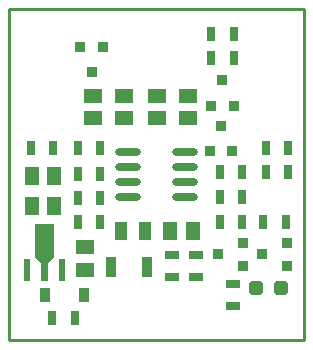
<source format=gbp>
G04*
G04 #@! TF.GenerationSoftware,Altium Limited,CircuitStudio,1.5.2 (1.5.2.30)*
G04*
G04 Layer_Color=16770453*
%FSLAX44Y44*%
%MOMM*%
G71*
G01*
G75*
%ADD10C,0.2540*%
%ADD18R,0.2500X0.2500*%
%ADD19R,0.5400X1.8900*%
%ADD20R,0.7000X1.3000*%
%ADD21R,1.6000X1.3000*%
%ADD22R,1.3000X1.6000*%
%ADD23R,0.8128X0.9144*%
%ADD24R,0.9144X0.8128*%
%ADD25R,1.3000X0.7000*%
%ADD26O,2.2000X0.6000*%
%ADD27R,0.9140X1.7020*%
G04:AMPARAMS|DCode=28|XSize=1.2mm|YSize=1.2mm|CornerRadius=0.3mm|HoleSize=0mm|Usage=FLASHONLY|Rotation=180.000|XOffset=0mm|YOffset=0mm|HoleType=Round|Shape=RoundedRectangle|*
%AMROUNDEDRECTD28*
21,1,1.2000,0.6000,0,0,180.0*
21,1,0.6000,1.2000,0,0,180.0*
1,1,0.6000,-0.3000,0.3000*
1,1,0.6000,0.3000,0.3000*
1,1,0.6000,0.3000,-0.3000*
1,1,0.6000,-0.3000,-0.3000*
%
%ADD28ROUNDEDRECTD28*%
%ADD29R,1.0000X1.5240*%
%ADD30R,0.9100X1.2200*%
G36*
X364500Y336400D02*
X359250Y331150D01*
X359250Y315900D01*
X353750D01*
X353750Y331150D01*
X348500Y336400D01*
X348500Y364400D01*
X364500D01*
X364500Y336400D01*
D02*
G37*
D10*
X326500Y265900D02*
X576500D01*
Y545900D01*
X326500D02*
X576500D01*
X326500Y265900D02*
Y545900D01*
D18*
X356500Y356400D02*
D03*
D19*
X341500Y325400D02*
D03*
X371500D02*
D03*
D20*
X563000Y408400D02*
D03*
X544000D02*
D03*
X404000Y428900D02*
D03*
X385000D02*
D03*
X563000Y428900D02*
D03*
X544000D02*
D03*
X505000Y386900D02*
D03*
X524000D02*
D03*
X345000Y428900D02*
D03*
X364000D02*
D03*
X561000Y365900D02*
D03*
X542000D02*
D03*
X505000D02*
D03*
X524000D02*
D03*
X497710Y504457D02*
D03*
X516710D02*
D03*
X385000Y406900D02*
D03*
X404000D02*
D03*
X385000Y385900D02*
D03*
X404000D02*
D03*
Y365900D02*
D03*
X385000D02*
D03*
X497710Y524707D02*
D03*
X516710D02*
D03*
X524000Y407900D02*
D03*
X505000D02*
D03*
X363000Y284400D02*
D03*
X382000D02*
D03*
D21*
X390500Y344400D02*
D03*
Y325400D02*
D03*
X451460Y472900D02*
D03*
Y453900D02*
D03*
X397840Y472900D02*
D03*
Y453900D02*
D03*
X478440Y472900D02*
D03*
Y453900D02*
D03*
X424320Y472934D02*
D03*
Y453934D02*
D03*
D22*
X345750Y404900D02*
D03*
X364750D02*
D03*
X345750Y379650D02*
D03*
X364750D02*
D03*
X482000Y357900D02*
D03*
X463000D02*
D03*
D23*
X516786Y464562D02*
D03*
X497634D02*
D03*
X507286Y485738D02*
D03*
X515576Y426312D02*
D03*
X496424D02*
D03*
X506076Y447488D02*
D03*
X386924Y513988D02*
D03*
X406076D02*
D03*
X396424Y492812D02*
D03*
D24*
X562088Y347976D02*
D03*
Y328824D02*
D03*
X540912Y338476D02*
D03*
X524588Y347976D02*
D03*
Y328824D02*
D03*
X503412Y338476D02*
D03*
D25*
X464500Y319400D02*
D03*
Y338400D02*
D03*
X484500Y319400D02*
D03*
Y338400D02*
D03*
X516500Y313400D02*
D03*
Y294400D02*
D03*
D26*
X427500Y386850D02*
D03*
Y399550D02*
D03*
Y412250D02*
D03*
Y424950D02*
D03*
X475500Y386850D02*
D03*
Y399550D02*
D03*
Y412250D02*
D03*
Y424950D02*
D03*
D27*
X413280Y327900D02*
D03*
X443720D02*
D03*
D28*
X536000Y309900D02*
D03*
X557000D02*
D03*
D29*
X421340Y357900D02*
D03*
X441660D02*
D03*
D30*
X357150Y303900D02*
D03*
X389850D02*
D03*
M02*

</source>
